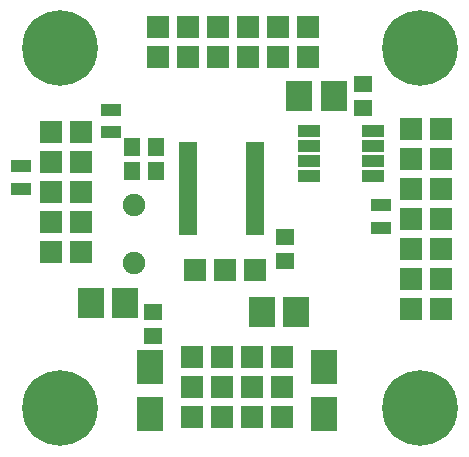
<source format=gbr>
G04 #@! TF.FileFunction,Soldermask,Bot*
%FSLAX46Y46*%
G04 Gerber Fmt 4.6, Leading zero omitted, Abs format (unit mm)*
G04 Created by KiCad (PCBNEW 0.201509081510+6169~29~ubuntu15.04.1-product) date Čt 10. září 2015, 16:27:08 CEST*
%MOMM*%
G01*
G04 APERTURE LIST*
%ADD10C,0.150000*%
%ADD11R,1.924000X1.924000*%
%ADD12R,2.200000X2.630000*%
%ADD13R,1.650000X1.400000*%
%ADD14R,1.400000X1.650000*%
%ADD15R,2.200860X2.899360*%
%ADD16C,6.400000*%
%ADD17R,1.700000X1.100000*%
%ADD18R,1.950000X1.000000*%
%ADD19R,1.500000X0.800000*%
%ADD20C,1.901140*%
G04 APERTURE END LIST*
D10*
D11*
X15875000Y34798000D03*
X15875000Y37338000D03*
D12*
X25082000Y13208000D03*
X22162000Y13208000D03*
D13*
X24130000Y19542000D03*
X24130000Y17542000D03*
X30734000Y30496000D03*
X30734000Y32496000D03*
D14*
X13192000Y27178000D03*
X11192000Y27178000D03*
D15*
X27432000Y8602980D03*
X27432000Y4605020D03*
X12700000Y8602980D03*
X12700000Y4605020D03*
D11*
X23876000Y4318000D03*
X21336000Y4318000D03*
X23876000Y6858000D03*
X21336000Y6858000D03*
X23876000Y9398000D03*
X21336000Y9398000D03*
X37338000Y26162000D03*
X34798000Y26162000D03*
X37338000Y28702000D03*
X34798000Y28702000D03*
X13335000Y34798000D03*
X13335000Y37338000D03*
X18415000Y34798000D03*
X18415000Y37338000D03*
X20955000Y37338000D03*
X20955000Y34798000D03*
X26035000Y37338000D03*
X26035000Y34798000D03*
X23495000Y37338000D03*
X23495000Y34798000D03*
X16510000Y16764000D03*
X19050000Y16764000D03*
X21590000Y16764000D03*
X6858000Y28448000D03*
X4318000Y28448000D03*
X6858000Y25908000D03*
X4318000Y25908000D03*
X37338000Y18542000D03*
X34798000Y18542000D03*
X37338000Y21082000D03*
X34798000Y21082000D03*
X6858000Y18288000D03*
X4318000Y18288000D03*
X37338000Y13462000D03*
X34798000Y13462000D03*
X37338000Y16002000D03*
X34798000Y16002000D03*
X37338000Y23622000D03*
X34798000Y23622000D03*
X16256000Y9398000D03*
X18796000Y9398000D03*
X16256000Y6858000D03*
X18796000Y6858000D03*
X16256000Y4318000D03*
X18796000Y4318000D03*
X6858000Y20828000D03*
X4318000Y20828000D03*
X6858000Y23368000D03*
X4318000Y23368000D03*
D14*
X13192000Y25146000D03*
X11192000Y25146000D03*
D13*
X12954000Y13192000D03*
X12954000Y11192000D03*
D16*
X35560000Y35560000D03*
X35560000Y5080000D03*
X5080000Y35560000D03*
X5080000Y5080000D03*
D17*
X9398000Y30348000D03*
X9398000Y28448000D03*
X1778000Y23688000D03*
X1778000Y25588000D03*
X32258000Y20386000D03*
X32258000Y22286000D03*
D18*
X26129000Y24765000D03*
X26129000Y26035000D03*
X26129000Y27305000D03*
X26129000Y28575000D03*
X31529000Y28575000D03*
X31529000Y27305000D03*
X31529000Y26035000D03*
X31529000Y24765000D03*
D19*
X15885001Y20118466D03*
X15885001Y20768466D03*
X15885001Y21418466D03*
X15885001Y22068466D03*
X15885001Y22718466D03*
X15885001Y23368466D03*
X15885001Y24018466D03*
X15885001Y24668466D03*
X15885001Y25318466D03*
X15885001Y25968466D03*
X15885001Y26618466D03*
X15885001Y27268466D03*
X21585001Y27268466D03*
X21585001Y26618466D03*
X21585001Y25968466D03*
X21585001Y25318466D03*
X21585001Y24668466D03*
X21585001Y24018466D03*
X21585001Y23368466D03*
X21585001Y22718466D03*
X21585001Y22068466D03*
X21585001Y21418466D03*
X21585001Y20768466D03*
X21585001Y20118466D03*
D20*
X11303000Y22252940D03*
X11303000Y17371060D03*
D12*
X25337000Y31496000D03*
X28257000Y31496000D03*
X7684000Y13970000D03*
X10604000Y13970000D03*
M02*

</source>
